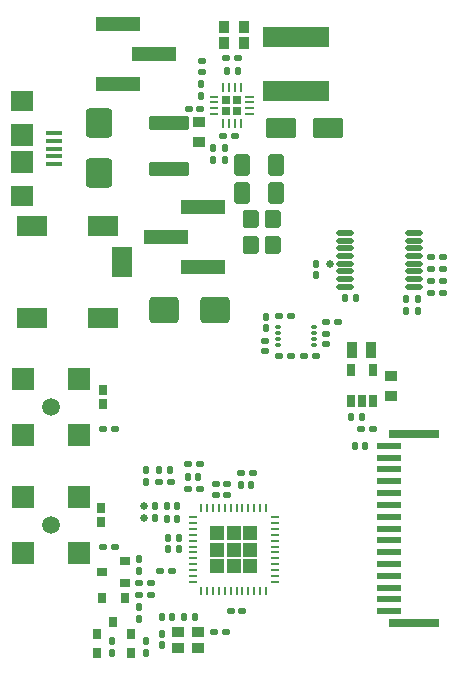
<source format=gbr>
%TF.GenerationSoftware,Altium Limited,Altium Designer,20.1.12 (249)*%
G04 Layer_Color=8421504*
%FSLAX45Y45*%
%MOMM*%
%TF.SameCoordinates,4EE8302A-A9A8-49E0-93C5-14594FCB678D*%
%TF.FilePolarity,Positive*%
%TF.FileFunction,Paste,Top*%
%TF.Part,Single*%
G01*
G75*
%TA.AperFunction,SMDPad,CuDef*%
G04:AMPARAMS|DCode=11|XSize=1.8mm|YSize=1.3mm|CornerRadius=0.13mm|HoleSize=0mm|Usage=FLASHONLY|Rotation=270.000|XOffset=0mm|YOffset=0mm|HoleType=Round|Shape=RoundedRectangle|*
%AMROUNDEDRECTD11*
21,1,1.80000,1.04000,0,0,270.0*
21,1,1.54000,1.30000,0,0,270.0*
1,1,0.26000,-0.52000,-0.77000*
1,1,0.26000,-0.52000,0.77000*
1,1,0.26000,0.52000,0.77000*
1,1,0.26000,0.52000,-0.77000*
%
%ADD11ROUNDEDRECTD11*%
G04:AMPARAMS|DCode=12|XSize=1.3mm|YSize=1.5mm|CornerRadius=0.13mm|HoleSize=0mm|Usage=FLASHONLY|Rotation=0.000|XOffset=0mm|YOffset=0mm|HoleType=Round|Shape=RoundedRectangle|*
%AMROUNDEDRECTD12*
21,1,1.30000,1.24000,0,0,0.0*
21,1,1.04000,1.50000,0,0,0.0*
1,1,0.26000,0.52000,-0.62000*
1,1,0.26000,-0.52000,-0.62000*
1,1,0.26000,-0.52000,0.62000*
1,1,0.26000,0.52000,0.62000*
%
%ADD12ROUNDEDRECTD12*%
G04:AMPARAMS|DCode=13|XSize=0.9mm|YSize=1mm|CornerRadius=0.09mm|HoleSize=0mm|Usage=FLASHONLY|Rotation=90.000|XOffset=0mm|YOffset=0mm|HoleType=Round|Shape=RoundedRectangle|*
%AMROUNDEDRECTD13*
21,1,0.90000,0.82000,0,0,90.0*
21,1,0.72000,1.00000,0,0,90.0*
1,1,0.18000,0.41000,0.36000*
1,1,0.18000,0.41000,-0.36000*
1,1,0.18000,-0.41000,-0.36000*
1,1,0.18000,-0.41000,0.36000*
%
%ADD13ROUNDEDRECTD13*%
G04:AMPARAMS|DCode=14|XSize=3.4mm|YSize=1.2mm|CornerRadius=0.06mm|HoleSize=0mm|Usage=FLASHONLY|Rotation=180.000|XOffset=0mm|YOffset=0mm|HoleType=Round|Shape=RoundedRectangle|*
%AMROUNDEDRECTD14*
21,1,3.40000,1.08000,0,0,180.0*
21,1,3.28000,1.20000,0,0,180.0*
1,1,0.12000,-1.64000,0.54000*
1,1,0.12000,1.64000,0.54000*
1,1,0.12000,1.64000,-0.54000*
1,1,0.12000,-1.64000,-0.54000*
%
%ADD14ROUNDEDRECTD14*%
G04:AMPARAMS|DCode=15|XSize=0.5mm|YSize=0.65mm|CornerRadius=0.05mm|HoleSize=0mm|Usage=FLASHONLY|Rotation=180.000|XOffset=0mm|YOffset=0mm|HoleType=Round|Shape=RoundedRectangle|*
%AMROUNDEDRECTD15*
21,1,0.50000,0.55000,0,0,180.0*
21,1,0.40000,0.65000,0,0,180.0*
1,1,0.10000,-0.20000,0.27500*
1,1,0.10000,0.20000,0.27500*
1,1,0.10000,0.20000,-0.27500*
1,1,0.10000,-0.20000,-0.27500*
%
%ADD15ROUNDEDRECTD15*%
G04:AMPARAMS|DCode=16|XSize=0.8mm|YSize=0.75mm|CornerRadius=0.09375mm|HoleSize=0mm|Usage=FLASHONLY|Rotation=270.000|XOffset=0mm|YOffset=0mm|HoleType=Round|Shape=RoundedRectangle|*
%AMROUNDEDRECTD16*
21,1,0.80000,0.56250,0,0,270.0*
21,1,0.61250,0.75000,0,0,270.0*
1,1,0.18750,-0.28125,-0.30625*
1,1,0.18750,-0.28125,0.30625*
1,1,0.18750,0.28125,0.30625*
1,1,0.18750,0.28125,-0.30625*
%
%ADD16ROUNDEDRECTD16*%
G04:AMPARAMS|DCode=17|XSize=2.5mm|YSize=1.7mm|CornerRadius=0.085mm|HoleSize=0mm|Usage=FLASHONLY|Rotation=180.000|XOffset=0mm|YOffset=0mm|HoleType=Round|Shape=RoundedRectangle|*
%AMROUNDEDRECTD17*
21,1,2.50000,1.53000,0,0,180.0*
21,1,2.33000,1.70000,0,0,180.0*
1,1,0.17000,-1.16500,0.76500*
1,1,0.17000,1.16500,0.76500*
1,1,0.17000,1.16500,-0.76500*
1,1,0.17000,-1.16500,-0.76500*
%
%ADD17ROUNDEDRECTD17*%
G04:AMPARAMS|DCode=18|XSize=2.5mm|YSize=2.2mm|CornerRadius=0.275mm|HoleSize=0mm|Usage=FLASHONLY|Rotation=180.000|XOffset=0mm|YOffset=0mm|HoleType=Round|Shape=RoundedRectangle|*
%AMROUNDEDRECTD18*
21,1,2.50000,1.65000,0,0,180.0*
21,1,1.95000,2.20000,0,0,180.0*
1,1,0.55000,-0.97500,0.82500*
1,1,0.55000,0.97500,0.82500*
1,1,0.55000,0.97500,-0.82500*
1,1,0.55000,-0.97500,-0.82500*
%
%ADD18ROUNDEDRECTD18*%
%ADD19R,2.00000X0.60000*%
%ADD20R,4.20000X0.70000*%
%ADD21R,1.80000X2.50000*%
%ADD22R,2.50000X1.80000*%
%ADD23R,2.50000X1.80000*%
%ADD24R,1.90000X1.80000*%
%ADD25R,1.90000X1.90000*%
%ADD26R,1.35000X0.40000*%
G04:AMPARAMS|DCode=27|XSize=0.7mm|YSize=0.85mm|CornerRadius=0.07mm|HoleSize=0mm|Usage=FLASHONLY|Rotation=0.000|XOffset=0mm|YOffset=0mm|HoleType=Round|Shape=RoundedRectangle|*
%AMROUNDEDRECTD27*
21,1,0.70000,0.71000,0,0,0.0*
21,1,0.56000,0.85000,0,0,0.0*
1,1,0.14000,0.28000,-0.35500*
1,1,0.14000,-0.28000,-0.35500*
1,1,0.14000,-0.28000,0.35500*
1,1,0.14000,0.28000,0.35500*
%
%ADD27ROUNDEDRECTD27*%
%ADD28R,5.70000X1.80000*%
G04:AMPARAMS|DCode=29|XSize=0.8mm|YSize=1.4mm|CornerRadius=0.04mm|HoleSize=0mm|Usage=FLASHONLY|Rotation=0.000|XOffset=0mm|YOffset=0mm|HoleType=Round|Shape=RoundedRectangle|*
%AMROUNDEDRECTD29*
21,1,0.80000,1.32000,0,0,0.0*
21,1,0.72000,1.40000,0,0,0.0*
1,1,0.08000,0.36000,-0.66000*
1,1,0.08000,-0.36000,-0.66000*
1,1,0.08000,-0.36000,0.66000*
1,1,0.08000,0.36000,0.66000*
%
%ADD29ROUNDEDRECTD29*%
G04:AMPARAMS|DCode=30|XSize=0.7mm|YSize=0.9mm|CornerRadius=0.0875mm|HoleSize=0mm|Usage=FLASHONLY|Rotation=0.000|XOffset=0mm|YOffset=0mm|HoleType=Round|Shape=RoundedRectangle|*
%AMROUNDEDRECTD30*
21,1,0.70000,0.72500,0,0,0.0*
21,1,0.52500,0.90000,0,0,0.0*
1,1,0.17500,0.26250,-0.36250*
1,1,0.17500,-0.26250,-0.36250*
1,1,0.17500,-0.26250,0.36250*
1,1,0.17500,0.26250,0.36250*
%
%ADD30ROUNDEDRECTD30*%
G04:AMPARAMS|DCode=31|XSize=0.6mm|YSize=0.5mm|CornerRadius=0.05mm|HoleSize=0mm|Usage=FLASHONLY|Rotation=90.000|XOffset=0mm|YOffset=0mm|HoleType=Round|Shape=RoundedRectangle|*
%AMROUNDEDRECTD31*
21,1,0.60000,0.40000,0,0,90.0*
21,1,0.50000,0.50000,0,0,90.0*
1,1,0.10000,0.20000,0.25000*
1,1,0.10000,0.20000,-0.25000*
1,1,0.10000,-0.20000,-0.25000*
1,1,0.10000,-0.20000,0.25000*
%
%ADD31ROUNDEDRECTD31*%
G04:AMPARAMS|DCode=32|XSize=0.6mm|YSize=0.5mm|CornerRadius=0.05mm|HoleSize=0mm|Usage=FLASHONLY|Rotation=0.000|XOffset=0mm|YOffset=0mm|HoleType=Round|Shape=RoundedRectangle|*
%AMROUNDEDRECTD32*
21,1,0.60000,0.40000,0,0,0.0*
21,1,0.50000,0.50000,0,0,0.0*
1,1,0.10000,0.25000,-0.20000*
1,1,0.10000,-0.25000,-0.20000*
1,1,0.10000,-0.25000,0.20000*
1,1,0.10000,0.25000,0.20000*
%
%ADD32ROUNDEDRECTD32*%
%ADD33C,0.63500*%
%ADD34O,1.50000X0.45000*%
%ADD35O,0.65000X0.30000*%
G04:AMPARAMS|DCode=37|XSize=0.25mm|YSize=0.75mm|CornerRadius=0.0625mm|HoleSize=0mm|Usage=FLASHONLY|Rotation=90.000|XOffset=0mm|YOffset=0mm|HoleType=Round|Shape=RoundedRectangle|*
%AMROUNDEDRECTD37*
21,1,0.25000,0.62500,0,0,90.0*
21,1,0.12500,0.75000,0,0,90.0*
1,1,0.12500,0.31250,0.06250*
1,1,0.12500,0.31250,-0.06250*
1,1,0.12500,-0.31250,-0.06250*
1,1,0.12500,-0.31250,0.06250*
%
%ADD37ROUNDEDRECTD37*%
G04:AMPARAMS|DCode=38|XSize=0.25mm|YSize=0.75mm|CornerRadius=0.0625mm|HoleSize=0mm|Usage=FLASHONLY|Rotation=180.000|XOffset=0mm|YOffset=0mm|HoleType=Round|Shape=RoundedRectangle|*
%AMROUNDEDRECTD38*
21,1,0.25000,0.62500,0,0,180.0*
21,1,0.12500,0.75000,0,0,180.0*
1,1,0.12500,-0.06250,0.31250*
1,1,0.12500,0.06250,0.31250*
1,1,0.12500,0.06250,-0.31250*
1,1,0.12500,-0.06250,-0.31250*
%
%ADD38ROUNDEDRECTD38*%
G04:AMPARAMS|DCode=39|XSize=0.25mm|YSize=0.75mm|CornerRadius=0.03125mm|HoleSize=0mm|Usage=FLASHONLY|Rotation=180.000|XOffset=0mm|YOffset=0mm|HoleType=Round|Shape=RoundedRectangle|*
%AMROUNDEDRECTD39*
21,1,0.25000,0.68750,0,0,180.0*
21,1,0.18750,0.75000,0,0,180.0*
1,1,0.06250,-0.09375,0.34375*
1,1,0.06250,0.09375,0.34375*
1,1,0.06250,0.09375,-0.34375*
1,1,0.06250,-0.09375,-0.34375*
%
%ADD39ROUNDEDRECTD39*%
G04:AMPARAMS|DCode=43|XSize=0.6mm|YSize=1.1mm|CornerRadius=0.06mm|HoleSize=0mm|Usage=FLASHONLY|Rotation=180.000|XOffset=0mm|YOffset=0mm|HoleType=Round|Shape=RoundedRectangle|*
%AMROUNDEDRECTD43*
21,1,0.60000,0.98000,0,0,180.0*
21,1,0.48000,1.10000,0,0,180.0*
1,1,0.12000,-0.24000,0.49000*
1,1,0.12000,0.24000,0.49000*
1,1,0.12000,0.24000,-0.49000*
1,1,0.12000,-0.24000,-0.49000*
%
%ADD43ROUNDEDRECTD43*%
%ADD44R,1.90500X1.90500*%
%ADD45C,1.52000*%
%ADD46R,3.70000X1.27000*%
G04:AMPARAMS|DCode=47|XSize=1.1mm|YSize=0.9mm|CornerRadius=0.045mm|HoleSize=0mm|Usage=FLASHONLY|Rotation=0.000|XOffset=0mm|YOffset=0mm|HoleType=Round|Shape=RoundedRectangle|*
%AMROUNDEDRECTD47*
21,1,1.10000,0.81000,0,0,0.0*
21,1,1.01000,0.90000,0,0,0.0*
1,1,0.09000,0.50500,-0.40500*
1,1,0.09000,-0.50500,-0.40500*
1,1,0.09000,-0.50500,0.40500*
1,1,0.09000,0.50500,0.40500*
%
%ADD47ROUNDEDRECTD47*%
%TA.AperFunction,ConnectorPad*%
%ADD48R,3.70000X1.27000*%
%TA.AperFunction,SMDPad,CuDef*%
G04:AMPARAMS|DCode=49|XSize=0.7mm|YSize=0.9mm|CornerRadius=0.0875mm|HoleSize=0mm|Usage=FLASHONLY|Rotation=270.000|XOffset=0mm|YOffset=0mm|HoleType=Round|Shape=RoundedRectangle|*
%AMROUNDEDRECTD49*
21,1,0.70000,0.72500,0,0,270.0*
21,1,0.52500,0.90000,0,0,270.0*
1,1,0.17500,-0.36250,-0.26250*
1,1,0.17500,-0.36250,0.26250*
1,1,0.17500,0.36250,0.26250*
1,1,0.17500,0.36250,-0.26250*
%
%ADD49ROUNDEDRECTD49*%
G04:AMPARAMS|DCode=50|XSize=0.5mm|YSize=0.65mm|CornerRadius=0.05mm|HoleSize=0mm|Usage=FLASHONLY|Rotation=90.000|XOffset=0mm|YOffset=0mm|HoleType=Round|Shape=RoundedRectangle|*
%AMROUNDEDRECTD50*
21,1,0.50000,0.55000,0,0,90.0*
21,1,0.40000,0.65000,0,0,90.0*
1,1,0.10000,0.27500,0.20000*
1,1,0.10000,0.27500,-0.20000*
1,1,0.10000,-0.27500,-0.20000*
1,1,0.10000,-0.27500,0.20000*
%
%ADD50ROUNDEDRECTD50*%
G04:AMPARAMS|DCode=51|XSize=2.5mm|YSize=2.2mm|CornerRadius=0.275mm|HoleSize=0mm|Usage=FLASHONLY|Rotation=90.000|XOffset=0mm|YOffset=0mm|HoleType=Round|Shape=RoundedRectangle|*
%AMROUNDEDRECTD51*
21,1,2.50000,1.65000,0,0,90.0*
21,1,1.95000,2.20000,0,0,90.0*
1,1,0.55000,0.82500,0.97500*
1,1,0.55000,0.82500,-0.97500*
1,1,0.55000,-0.82500,-0.97500*
1,1,0.55000,-0.82500,0.97500*
%
%ADD51ROUNDEDRECTD51*%
G04:AMPARAMS|DCode=52|XSize=0.9mm|YSize=1mm|CornerRadius=0.09mm|HoleSize=0mm|Usage=FLASHONLY|Rotation=0.000|XOffset=0mm|YOffset=0mm|HoleType=Round|Shape=RoundedRectangle|*
%AMROUNDEDRECTD52*
21,1,0.90000,0.82000,0,0,0.0*
21,1,0.72000,1.00000,0,0,0.0*
1,1,0.18000,0.36000,-0.41000*
1,1,0.18000,-0.36000,-0.41000*
1,1,0.18000,-0.36000,0.41000*
1,1,0.18000,0.36000,0.41000*
%
%ADD52ROUNDEDRECTD52*%
%TA.AperFunction,NonConductor*%
%ADD88R,1.17000X1.17000*%
%ADD89R,0.70000X0.70000*%
%ADD90R,0.70000X0.70000*%
%TA.AperFunction,SMDPad,CuDef*%
%ADD91O,0.80000X0.23000*%
%ADD92O,0.23000X0.80000*%
%TA.AperFunction,Conductor*%
%ADD93R,0.23000X0.15000*%
%ADD94R,0.15000X0.23000*%
D11*
X2007500Y3995000D02*
D03*
X2297500D02*
D03*
Y4224999D02*
D03*
X2007500D02*
D03*
D12*
X2082500Y3772500D02*
D03*
X2272500D02*
D03*
X2082500Y3550000D02*
D03*
X2272500D02*
D03*
D13*
X1640000Y4590000D02*
D03*
Y4420000D02*
D03*
X3267500Y2442501D02*
D03*
Y2272500D02*
D03*
D14*
X1385000Y4585000D02*
D03*
Y4194999D02*
D03*
D15*
X2930000Y2097501D02*
D03*
X3020000D02*
D03*
X1397500Y1645000D02*
D03*
X1307500D02*
D03*
X1367500Y1235000D02*
D03*
X1457500D02*
D03*
X1607500Y405000D02*
D03*
X1517500D02*
D03*
X1327500D02*
D03*
X1417500D02*
D03*
X1470000Y1067500D02*
D03*
X1380000D02*
D03*
X2085000Y1515000D02*
D03*
X1995000D02*
D03*
X1882500Y5027499D02*
D03*
X1972500D02*
D03*
X1637500Y1590000D02*
D03*
X1547500D02*
D03*
X2972500Y3100000D02*
D03*
X2882500D02*
D03*
X1380000Y977500D02*
D03*
X1470000D02*
D03*
X1367500Y1340000D02*
D03*
X1457500D02*
D03*
X2960000Y1850000D02*
D03*
X3050000D02*
D03*
D16*
X1062500Y255000D02*
D03*
Y95000D02*
D03*
X782500D02*
D03*
Y255000D02*
D03*
D17*
X2732500Y4540000D02*
D03*
X2332500D02*
D03*
D18*
X1775000Y2997500D02*
D03*
X1345000D02*
D03*
D19*
X3250000Y1850000D02*
D03*
Y1750000D02*
D03*
Y1650000D02*
D03*
Y1550000D02*
D03*
Y1450000D02*
D03*
Y1350000D02*
D03*
Y1250000D02*
D03*
Y1150000D02*
D03*
Y1050000D02*
D03*
Y950000D02*
D03*
Y850000D02*
D03*
Y750000D02*
D03*
Y650000D02*
D03*
Y550000D02*
D03*
Y450000D02*
D03*
D20*
X3460000Y1950000D02*
D03*
Y350000D02*
D03*
D21*
X992500Y3405000D02*
D03*
D22*
X227500Y2935000D02*
D03*
Y3715000D02*
D03*
X827500Y2935000D02*
D03*
D23*
Y3715000D02*
D03*
D24*
X145000Y3967512D02*
D03*
Y4767510D02*
D03*
D25*
Y4252500D02*
D03*
Y4482497D02*
D03*
D26*
X412487Y4237514D02*
D03*
Y4302513D02*
D03*
Y4367511D02*
D03*
Y4432510D02*
D03*
Y4497508D02*
D03*
D27*
X827500Y2321000D02*
D03*
Y2204000D02*
D03*
X812500Y1321000D02*
D03*
Y1204000D02*
D03*
D28*
X2467500Y4852500D02*
D03*
Y5312500D02*
D03*
D29*
X2937500Y2662501D02*
D03*
X3097500D02*
D03*
D30*
X1012500Y562500D02*
D03*
X822500D02*
D03*
X917500Y362500D02*
D03*
D31*
X1862500Y4270000D02*
D03*
Y4370000D02*
D03*
X1190000Y195000D02*
D03*
Y95000D02*
D03*
X1135000Y482500D02*
D03*
Y382500D02*
D03*
X1197500Y1545000D02*
D03*
Y1645000D02*
D03*
X2207500Y2845000D02*
D03*
Y2945000D02*
D03*
X2635000Y3292500D02*
D03*
Y3392500D02*
D03*
X1660000Y4910000D02*
D03*
Y4810000D02*
D03*
X1330001Y160000D02*
D03*
Y260000D02*
D03*
X1135000Y792500D02*
D03*
Y892500D02*
D03*
X910000Y195000D02*
D03*
Y95000D02*
D03*
X3492500Y3095000D02*
D03*
Y2995000D02*
D03*
X3392501D02*
D03*
Y3095000D02*
D03*
X1762500Y4270000D02*
D03*
Y4370000D02*
D03*
X1267500Y1337500D02*
D03*
Y1237500D02*
D03*
D32*
X3017500Y1992501D02*
D03*
X3117500D02*
D03*
X1302500Y1540000D02*
D03*
X1402500D02*
D03*
X2817500Y2900000D02*
D03*
X2717500D02*
D03*
X3710000Y3245000D02*
D03*
X3610000D02*
D03*
X1875000Y5134999D02*
D03*
X1975000D02*
D03*
X1997500Y1620000D02*
D03*
X2097500D02*
D03*
X1910000Y452500D02*
D03*
X2010000D02*
D03*
X1555000Y4704999D02*
D03*
X1655000D02*
D03*
X2422500Y2610000D02*
D03*
X2322500D02*
D03*
X3610000Y3345000D02*
D03*
X3710000D02*
D03*
X1547500Y1485000D02*
D03*
X1647500D02*
D03*
X932500Y995000D02*
D03*
X832500D02*
D03*
X1135000Y687500D02*
D03*
X1235000D02*
D03*
X1647500Y1695000D02*
D03*
X1547500D02*
D03*
X2322500Y2952500D02*
D03*
X2422500D02*
D03*
X1415000Y787500D02*
D03*
X1315000D02*
D03*
X1845000Y4475000D02*
D03*
X1945000D02*
D03*
X2532500Y2610000D02*
D03*
X2632500D02*
D03*
X3610000Y3145000D02*
D03*
X3710000D02*
D03*
X3710000Y3447500D02*
D03*
X3610000D02*
D03*
X1135000Y587500D02*
D03*
X1235000D02*
D03*
X1867500Y272500D02*
D03*
X1767500D02*
D03*
X932500Y1990000D02*
D03*
X832500D02*
D03*
D33*
X1177500Y1237500D02*
D03*
X1180000Y1337500D02*
D03*
X2747500Y3392500D02*
D03*
D34*
X2882500Y3652500D02*
D03*
Y3587500D02*
D03*
Y3522500D02*
D03*
Y3457500D02*
D03*
Y3392500D02*
D03*
Y3327500D02*
D03*
Y3262500D02*
D03*
Y3197500D02*
D03*
X3462500Y3652500D02*
D03*
Y3587500D02*
D03*
Y3522500D02*
D03*
Y3457500D02*
D03*
Y3392500D02*
D03*
Y3327500D02*
D03*
Y3262500D02*
D03*
Y3197500D02*
D03*
D35*
X2307500Y2855000D02*
D03*
Y2805000D02*
D03*
Y2755000D02*
D03*
Y2705000D02*
D03*
X2612500Y2855000D02*
D03*
Y2805000D02*
D03*
Y2755000D02*
D03*
Y2705000D02*
D03*
D37*
X1587500Y697500D02*
D03*
Y747500D02*
D03*
Y797500D02*
D03*
Y847500D02*
D03*
Y897500D02*
D03*
Y947500D02*
D03*
Y997500D02*
D03*
Y1047500D02*
D03*
Y1097500D02*
D03*
Y1147500D02*
D03*
Y1197500D02*
D03*
Y1247500D02*
D03*
X2282500D02*
D03*
Y1197500D02*
D03*
Y1147500D02*
D03*
Y1097500D02*
D03*
Y1047500D02*
D03*
Y997500D02*
D03*
Y947500D02*
D03*
Y897500D02*
D03*
Y847500D02*
D03*
Y797500D02*
D03*
Y747500D02*
D03*
Y697500D02*
D03*
D38*
X1660000Y1320000D02*
D03*
X1710000D02*
D03*
X1760000D02*
D03*
X1810000D02*
D03*
X1860000D02*
D03*
X1910000D02*
D03*
X1960000D02*
D03*
X2010000D02*
D03*
X2060000D02*
D03*
X2110000D02*
D03*
X2160000D02*
D03*
X2210000D02*
D03*
Y625000D02*
D03*
X2160000D02*
D03*
X2110000D02*
D03*
X2060000D02*
D03*
X2010000D02*
D03*
X1960000D02*
D03*
X1910000D02*
D03*
X1860000D02*
D03*
X1810000D02*
D03*
X1760000D02*
D03*
X1710000D02*
D03*
D39*
X1660000D02*
D03*
D43*
X2927500Y2490001D02*
D03*
X3117500D02*
D03*
Y2230001D02*
D03*
X3022500D02*
D03*
X2927500D02*
D03*
D44*
X152500Y1942500D02*
D03*
X627500D02*
D03*
X152500Y2417500D02*
D03*
X627500D02*
D03*
X152500Y942500D02*
D03*
X627500D02*
D03*
X152500Y1417500D02*
D03*
X627500D02*
D03*
D45*
X390000Y2180000D02*
D03*
Y1180000D02*
D03*
D46*
X1675000Y3361000D02*
D03*
Y3869000D02*
D03*
X1365000Y3615000D02*
D03*
D47*
X1467500Y142500D02*
D03*
X1637500D02*
D03*
X1467500Y272500D02*
D03*
X1637500D02*
D03*
D48*
X952500Y5424000D02*
D03*
Y4916000D02*
D03*
X1262500Y5170000D02*
D03*
D49*
X817500Y782500D02*
D03*
X1017500Y877500D02*
D03*
Y687500D02*
D03*
D50*
X1880000Y1435000D02*
D03*
Y1525000D02*
D03*
X2202500Y2650000D02*
D03*
Y2740000D02*
D03*
X1665000Y5104999D02*
D03*
Y5015000D02*
D03*
X1790000Y1525000D02*
D03*
Y1435000D02*
D03*
X2717500Y2710000D02*
D03*
Y2800000D02*
D03*
D51*
X795000Y4587500D02*
D03*
Y4157500D02*
D03*
D52*
X1850000Y5257500D02*
D03*
X2020000D02*
D03*
X1850000Y5397499D02*
D03*
X2020000D02*
D03*
D88*
X1935000Y972534D02*
D03*
X2072000D02*
D03*
Y1109534D02*
D03*
X1935000D02*
D03*
X1798000D02*
D03*
Y972534D02*
D03*
Y835534D02*
D03*
X1935000D02*
D03*
X2072000D02*
D03*
D89*
X1965000Y4687500D02*
D03*
X1875000Y4777499D02*
D03*
D90*
X1875000Y4687499D02*
D03*
X1965000Y4777500D02*
D03*
D91*
X2067500Y4807500D02*
D03*
Y4757500D02*
D03*
Y4707500D02*
D03*
Y4657500D02*
D03*
X1772500D02*
D03*
Y4707500D02*
D03*
Y4757500D02*
D03*
Y4807500D02*
D03*
D92*
X1995000Y4585000D02*
D03*
X1945000D02*
D03*
X1895000D02*
D03*
X1845000D02*
D03*
Y4880000D02*
D03*
X1895000D02*
D03*
X1945000D02*
D03*
X1995000D02*
D03*
D93*
X1845000Y4912509D02*
D03*
X1895000D02*
D03*
X1945009Y4912500D02*
D03*
X1995009D02*
D03*
X1845010Y4552499D02*
D03*
X1895010D02*
D03*
X1945000Y4552509D02*
D03*
X1995000D02*
D03*
D94*
X1740000Y4807490D02*
D03*
Y4757490D02*
D03*
X1740009Y4707499D02*
D03*
Y4657499D02*
D03*
X2100009Y4807500D02*
D03*
Y4757500D02*
D03*
X2100000Y4707490D02*
D03*
Y4657490D02*
D03*
%TF.MD5,64147a22308e2009fc3e3fb33d7dfb76*%
M02*

</source>
